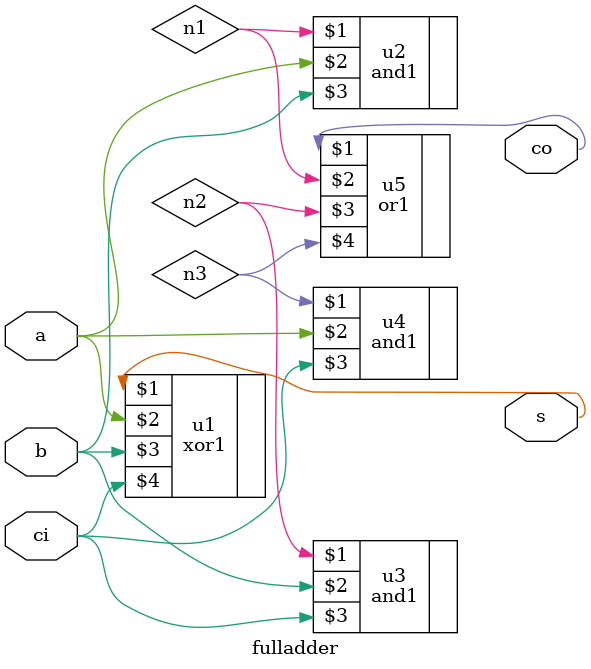
<source format=v>
 module fulladder (s,co,a,b,ci);
    output s,co;
    input a,b,ci;
    xor1 u1(s,a,b,ci);
    and1 u2(n1,a,b);
    and1 u3(n2,b,ci);
    and1 u4(n3,a,ci);
    or1 u5(co,n1,n2,n3);
endmodule

</source>
